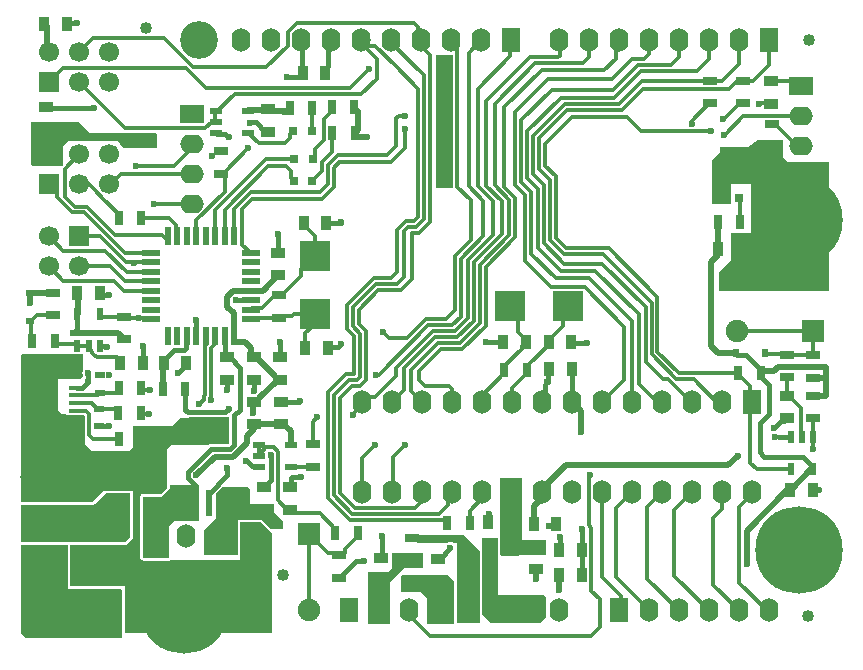
<source format=gtl>
G04*
G04 #@! TF.GenerationSoftware,Altium Limited,Altium Designer,19.0.15 (446)*
G04*
G04 Layer_Physical_Order=1*
G04 Layer_Color=255*
%FSLAX44Y44*%
%MOMM*%
G71*
G01*
G75*
%ADD11C,0.5000*%
%ADD12C,0.4000*%
%ADD14R,0.9000X1.3000*%
%ADD15R,0.8000X0.8000*%
%ADD16R,1.4000X1.6000*%
%ADD17R,1.9000X1.9000*%
%ADD18R,1.3500X0.4000*%
%ADD19R,1.6000X3.0000*%
%ADD20R,0.7000X1.3000*%
%ADD21R,0.6000X2.2000*%
%ADD22R,3.5000X2.2000*%
%ADD23R,0.6858X0.5588*%
%ADD24R,0.5588X0.6858*%
%ADD25R,0.5500X1.5000*%
%ADD26R,1.5000X0.5500*%
%ADD27R,0.5500X1.0000*%
%ADD28R,1.3000X0.7000*%
%ADD29R,1.3000X0.9000*%
%ADD30R,2.7000X2.0000*%
%ADD31R,0.9000X0.6000*%
%ADD32R,2.6000X2.5000*%
%ADD33R,2.5000X2.6000*%
%ADD34R,1.0000X0.5500*%
%ADD63R,1.9000X1.9000*%
%ADD64C,1.9000*%
%ADD69C,1.0160*%
%ADD70C,0.3000*%
%ADD71C,3.2000*%
%ADD72R,2.0000X1.6000*%
%ADD73O,2.0000X1.6000*%
G04:AMPARAMS|DCode=74|XSize=2mm|YSize=1.2mm|CornerRadius=0.36mm|HoleSize=0mm|Usage=FLASHONLY|Rotation=0.000|XOffset=0mm|YOffset=0mm|HoleType=Round|Shape=RoundedRectangle|*
%AMROUNDEDRECTD74*
21,1,2.0000,0.4800,0,0,0.0*
21,1,1.2800,1.2000,0,0,0.0*
1,1,0.7200,0.6400,-0.2400*
1,1,0.7200,-0.6400,-0.2400*
1,1,0.7200,-0.6400,0.2400*
1,1,0.7200,0.6400,0.2400*
%
%ADD74ROUNDEDRECTD74*%
%ADD75R,1.6000X2.0000*%
%ADD76O,1.6000X2.0000*%
%ADD77R,1.7000X1.7000*%
%ADD78C,1.7000*%
%ADD79C,7.4000*%
%ADD80C,4.0000*%
%ADD81C,0.6000*%
G36*
X59878Y429635D02*
X116102D01*
X117000Y428737D01*
X117000Y422498D01*
X117000Y417898D01*
X116102Y417000D01*
X94316D01*
X87929Y417000D01*
X83671Y422498D01*
X67807Y422498D01*
X41298Y422498D01*
X37000Y418200D01*
Y402727D01*
X36277Y402003D01*
X36274Y402000D01*
X10600Y402000D01*
X9702Y402898D01*
X9702Y438950D01*
X10022Y439269D01*
X50244Y439269D01*
X59878Y429635D01*
D02*
G37*
G36*
X54400Y229179D02*
X53785Y228259D01*
X53397Y226308D01*
X53785Y224357D01*
X54375Y223475D01*
X52400Y221500D01*
X32700D01*
Y194800D01*
X36000Y191500D01*
X39995D01*
Y190500D01*
X48900D01*
X49245Y190431D01*
X54967D01*
X55427Y189972D01*
Y173861D01*
X55698Y172495D01*
X56200Y171744D01*
Y166100D01*
X61800Y160500D01*
X92900D01*
X93000Y160400D01*
X96200Y163600D01*
Y181425D01*
X129125D01*
X136100Y188400D01*
X177852D01*
Y166975D01*
X176955Y166078D01*
X162100D01*
X162100Y166078D01*
X160798Y165819D01*
X160539Y165768D01*
X160485Y165731D01*
X128431D01*
X124900Y162200D01*
X125300Y161800D01*
Y129284D01*
X119816Y123800D01*
X102900D01*
Y122905D01*
X102616Y122480D01*
X102461Y121700D01*
X102461Y70398D01*
D01*
Y70398D01*
X102492Y70243D01*
X102616Y69618D01*
X103058Y68956D01*
X103058D01*
Y68956D01*
X103956Y68058D01*
X103956Y68058D01*
X104618Y67616D01*
X105139Y67512D01*
X105398Y67461D01*
X105398D01*
X105398D01*
X107700Y67461D01*
X126800D01*
X127580Y67616D01*
X127706Y67700D01*
X187300D01*
Y72903D01*
X187339Y73100D01*
Y99861D01*
X204605D01*
X212008Y92458D01*
X212670Y92016D01*
X212687Y92013D01*
X213700Y91000D01*
Y6300D01*
X102100D01*
X100936Y5864D01*
X89900Y6300D01*
Y46300D01*
X43339D01*
X43339Y80625D01*
X90525D01*
X96100Y86200D01*
X96100Y126782D01*
X71783Y126782D01*
X63828Y118826D01*
X63304D01*
Y118303D01*
X61742Y116741D01*
X1700Y116741D01*
X1700Y241700D01*
X2300Y242300D01*
X54400D01*
Y229179D01*
D02*
G37*
G36*
X193500Y129800D02*
X195500Y127800D01*
Y116100D01*
X195800Y115800D01*
X215700D01*
Y108400D01*
X221000Y103100D01*
X223200Y100900D01*
X223200Y93941D01*
X223100Y93900D01*
X213450D01*
X205450Y101900D01*
X185300D01*
Y73100D01*
X184100Y71900D01*
X156600D01*
X156600Y93600D01*
X166900Y103900D01*
X166900Y124644D01*
X172056Y129800D01*
X193500Y129800D01*
D02*
G37*
G36*
X94061Y124742D02*
X94061Y87661D01*
X89400Y83000D01*
X43800D01*
X43400Y83400D01*
X43000Y83000D01*
X41497D01*
X41300Y83039D01*
X2670Y83039D01*
X2233Y83237D01*
X1500Y83791D01*
Y114538D01*
X1700Y114702D01*
X61742Y114702D01*
X62523Y114857D01*
X63184Y115299D01*
X63184Y115299D01*
X63185Y115300D01*
X63898D01*
X73340Y124742D01*
X94061Y124742D01*
D02*
G37*
G36*
X151900Y130300D02*
Y100700D01*
X131500D01*
X126800Y96000D01*
Y69500D01*
X107700D01*
X105398Y69500D01*
X104500Y70398D01*
X104500Y121700D01*
X120600D01*
X127500Y128600D01*
Y131900D01*
X151900D01*
Y130300D01*
D02*
G37*
G36*
X41300Y81000D02*
X41300Y44100D01*
X41900Y43500D01*
X86600D01*
X87300Y42800D01*
Y1900D01*
X5400D01*
X1400Y5900D01*
Y80348D01*
X2670Y81000D01*
X41300Y81000D01*
D02*
G37*
G36*
X367000Y383704D02*
X366600Y382600D01*
X353200D01*
Y494596D01*
X353200Y495900D01*
X354270Y495900D01*
X367000D01*
Y383704D01*
D02*
G37*
G36*
X646400Y409100D02*
X650700Y404800D01*
X686100D01*
Y296496D01*
X685100Y295700D01*
X592200D01*
Y311100D01*
X592100Y311200D01*
X603000Y322100D01*
Y344900D01*
X619700D01*
Y386000D01*
X602400D01*
Y369998D01*
X601502Y369100D01*
X586800Y369100D01*
X586800Y406400D01*
X593100Y412700D01*
Y417500D01*
X617000D01*
X625200Y424000D01*
X646400D01*
Y409100D01*
D02*
G37*
G36*
X426200Y114300D02*
Y85300D01*
X445500D01*
X446100Y85051D01*
Y72100D01*
X423779D01*
X423400Y72100D01*
X422420Y71400D01*
X408466Y71400D01*
X407568Y72298D01*
X407568Y115132D01*
Y137360D01*
X426200D01*
Y114300D01*
D02*
G37*
G36*
X405250Y38400D02*
X444150Y38400D01*
X446050Y36500D01*
Y20000D01*
X440750Y14700D01*
X399350D01*
X391900Y22150D01*
Y86700D01*
X405250D01*
Y38400D01*
D02*
G37*
G36*
X389839Y75653D02*
X389839Y14400D01*
X370639Y14400D01*
X370639Y82453D01*
X368110Y82453D01*
X367165Y83084D01*
X365214Y83472D01*
X363263Y83084D01*
X362319Y82453D01*
X336616Y82453D01*
X336090Y83723D01*
X336732Y84365D01*
X337616Y85688D01*
X337926Y87248D01*
X337760Y88083D01*
X338664Y89353D01*
X376139D01*
X389839Y75653D01*
D02*
G37*
G36*
X368000Y50000D02*
Y14000D01*
X345000D01*
Y36000D01*
X340000Y41000D01*
X323000Y41000D01*
Y54000D01*
X324000Y55000D01*
X363000D01*
X368000Y50000D01*
D02*
G37*
G36*
X342000Y61000D02*
X326588D01*
X314000Y49625D01*
X314000Y46000D01*
Y14000D01*
X295000D01*
Y58000D01*
X313000D01*
X316000Y61000D01*
Y74000D01*
X342000D01*
Y61000D01*
D02*
G37*
%LPC*%
G36*
X23446Y105905D02*
X21885Y105594D01*
X20562Y104710D01*
X18935Y103083D01*
X18051Y101760D01*
X17740Y100199D01*
X18051Y98638D01*
X18935Y97315D01*
X20258Y96431D01*
X21819Y96121D01*
X23379Y96431D01*
X24702Y97315D01*
X26330Y98943D01*
X27214Y100266D01*
X27524Y101826D01*
X27214Y103387D01*
X26330Y104710D01*
X25007Y105594D01*
X23446Y105905D01*
D02*
G37*
G36*
X397500Y83278D02*
X397300D01*
X395739Y82968D01*
X394416Y82084D01*
X393532Y80761D01*
X393222Y79200D01*
X393532Y77639D01*
X394416Y76316D01*
X395739Y75432D01*
X397300Y75122D01*
X397500D01*
X399061Y75432D01*
X400384Y76316D01*
X401268Y77639D01*
X401578Y79200D01*
X401268Y80761D01*
X400384Y82084D01*
X399061Y82968D01*
X397500Y83278D01*
D02*
G37*
G36*
X406400Y34277D02*
X404839Y33967D01*
X403516Y33083D01*
X402632Y31760D01*
X402322Y30199D01*
Y25400D01*
X402632Y23839D01*
X403516Y22516D01*
X404839Y21632D01*
X406400Y21322D01*
X407961Y21632D01*
X409284Y22516D01*
X410168Y23839D01*
X410478Y25400D01*
Y30199D01*
X410168Y31760D01*
X409284Y33083D01*
X407961Y33967D01*
X406400Y34277D01*
D02*
G37*
G36*
X379000Y40000D02*
X373167D01*
X379000Y40000D01*
X379000Y40000D01*
D02*
G37*
G36*
X383296Y31774D02*
X381735Y31464D01*
X380412Y30580D01*
X378116Y28284D01*
X377232Y26961D01*
X376922Y25400D01*
X377232Y23839D01*
X378116Y22516D01*
X379439Y21632D01*
X381000Y21322D01*
X382561Y21632D01*
X383884Y22516D01*
X386180Y24812D01*
X387064Y26135D01*
X387374Y27696D01*
X387064Y29257D01*
X386180Y30580D01*
X384857Y31464D01*
X383296Y31774D01*
D02*
G37*
%LPD*%
D11*
X210432Y449794D02*
X212450Y447776D01*
X196907Y182981D02*
X198907Y180981D01*
X286600Y431970D02*
Y448287D01*
X284167Y429537D02*
X286600Y431970D01*
X591719Y243281D02*
X606844D01*
X586000Y249000D02*
X591719Y243281D01*
X586000Y249000D02*
Y320000D01*
X463372Y148252D02*
X600383D01*
X442850Y120483D02*
Y125730D01*
Y127730D02*
X463372Y148252D01*
X600383D02*
X608367Y156236D01*
X442850Y125730D02*
Y127730D01*
X475900Y176800D02*
Y193680D01*
X475700Y193880D02*
X475900Y193680D01*
X475700Y193880D02*
X476000Y194180D01*
X468250Y201930D02*
X476000Y194180D01*
X683008Y222328D02*
Y231400D01*
X642423D02*
X683008D01*
X639073Y228049D02*
X642423Y231400D01*
X629073Y228049D02*
X639073D01*
X628073Y227049D02*
X629073Y228049D01*
X586000Y320000D02*
X591888Y325888D01*
X650415Y127415D02*
X652897D01*
X616000Y93000D02*
X650415Y127415D01*
X616000Y65000D02*
Y93000D01*
X192700Y172700D02*
X198907Y178907D01*
X192700Y166863D02*
Y172700D01*
X198907Y178907D02*
Y180981D01*
X181337Y155500D02*
X192700Y166863D01*
X652897Y127415D02*
X653423D01*
X670760Y144752D02*
X672272D01*
X653423Y127415D02*
X670760Y144752D01*
X165500Y155500D02*
X181337D01*
X150000Y140000D02*
X165500Y155500D01*
X591888Y325888D02*
Y331185D01*
X457138Y43138D02*
Y55158D01*
X672008Y206885D02*
X683008D01*
Y222328D01*
X672187D02*
X683008D01*
X46000Y260000D02*
X83671D01*
X176343Y291007D02*
X181085Y295750D01*
X195750D01*
X196000Y296000D01*
X206236D02*
X219380Y309143D01*
X196000Y296000D02*
X206236D01*
X176343Y282500D02*
X182000Y276843D01*
Y258000D02*
Y276843D01*
Y253250D02*
Y258000D01*
X176343Y282500D02*
Y291007D01*
X438000Y52000D02*
Y59706D01*
X49523Y292845D02*
X49668Y292990D01*
X83671Y260000D02*
X88536Y255135D01*
X196907Y182981D02*
X198907D01*
X8815Y286463D02*
X9388Y285889D01*
X8815Y286463D02*
X9038D01*
X9388Y294233D02*
X9609Y294453D01*
X9388Y286813D02*
Y294233D01*
X9038Y286463D02*
X9388Y286813D01*
X23368Y499872D02*
Y519912D01*
X294407Y426305D02*
X294537Y426175D01*
X285667Y426305D02*
X294407D01*
X284167Y427805D02*
X285667Y426305D01*
X284167Y427805D02*
Y429537D01*
X224706Y447776D02*
X224772Y447710D01*
X212450Y447776D02*
X224706D01*
X209700Y449062D02*
X210432Y449794D01*
X194216Y449062D02*
X209700D01*
X193484Y448330D02*
X194216Y449062D01*
X9609Y294453D02*
X9616D01*
X9702Y294367D01*
X28767D01*
X28853Y294281D01*
X49523Y276497D02*
Y292845D01*
X49377Y276352D02*
X49523Y276497D01*
X229828Y165582D02*
Y176901D01*
X223558Y183171D02*
X229828Y176901D01*
X221558Y183171D02*
X223558D01*
X221462Y183076D02*
X221558Y183171D01*
X199003Y183076D02*
X221462D01*
X198907Y182981D02*
X199003Y183076D01*
X672045Y222469D02*
X672187Y222328D01*
X591569Y354124D02*
X591729Y353965D01*
Y331344D02*
Y353965D01*
X122101Y213497D02*
Y234818D01*
X197669Y192481D02*
Y200742D01*
X198907Y201981D01*
X200806Y239776D02*
X216429Y224153D01*
X198907Y201981D02*
X200907D01*
X203407Y204481D01*
Y205204D01*
X218929Y220726D01*
X220929D01*
X216429Y223226D02*
X218929Y220726D01*
X216429Y223226D02*
Y224153D01*
X198806Y239776D02*
X200806D01*
X196284Y242276D02*
Y247482D01*
Y242276D02*
X198784Y239776D01*
X198806D01*
X191266Y252500D02*
X196284Y247482D01*
X182750Y252500D02*
X191266D01*
X182000Y253250D02*
X182750Y252500D01*
X435762Y113395D02*
X442850Y120483D01*
X435762Y98908D02*
Y113395D01*
D12*
X365214Y77914D02*
Y78374D01*
X356400Y69100D02*
X365214Y77914D01*
X447558Y218715D02*
Y228088D01*
X672538Y128056D02*
X673303Y127291D01*
X454699Y98844D02*
X456543Y97000D01*
X449000D02*
X456543D01*
X455000Y79060D02*
X457000Y81060D01*
Y77060D02*
X457400Y77460D01*
X456140Y76200D02*
X457000Y77060D01*
X396878Y100002D02*
X397718Y100842D01*
X306557Y70066D02*
X307000Y70509D01*
X207036Y129669D02*
X213000Y135632D01*
X397300Y79200D02*
X397500D01*
X406400Y25400D02*
Y30199D01*
X41298Y522907D02*
X49207D01*
X437804Y59902D02*
X438000Y59706D01*
X476200Y55372D02*
Y76860D01*
Y55372D02*
X476276Y55296D01*
X476302Y76963D02*
Y93836D01*
X476200Y76860D02*
X476302Y76963D01*
X476200Y76860D02*
X476200Y76860D01*
X237522Y476767D02*
X240400Y479645D01*
X226704Y476767D02*
X237522D01*
X480123Y252017D02*
X480720Y251421D01*
X467845Y252017D02*
X480123D01*
X627200Y183997D02*
X634800Y191597D01*
X627200Y159100D02*
Y183997D01*
Y159100D02*
X630900Y155400D01*
X628073Y227049D02*
Y229200D01*
Y226200D02*
Y227049D01*
X606844Y242646D02*
Y243281D01*
Y242646D02*
X607638Y241852D01*
X615420D01*
X628073Y229200D01*
X634800Y191597D02*
Y216472D01*
X628073Y223200D02*
X634800Y216472D01*
X628073Y223200D02*
Y226200D01*
X630900Y155400D02*
X663874D01*
X672272Y147002D01*
Y144752D02*
Y147002D01*
X416300Y79200D02*
X418535Y81435D01*
X457600Y80860D02*
Y87500D01*
X457400Y80660D02*
X457600Y80860D01*
X457400Y80660D02*
X459000Y79060D01*
X457000Y81060D02*
X457400Y80660D01*
Y77460D02*
Y80660D01*
Y77460D02*
X459000Y79060D01*
X354400Y69100D02*
X356400D01*
X397718Y100842D02*
Y106602D01*
X396878Y100002D02*
X396970Y99909D01*
X457000Y77060D02*
X457200Y76860D01*
X455000Y79060D02*
X457000Y77060D01*
X332422Y85822D02*
X333848Y87248D01*
X306557Y70066D02*
X306674Y69949D01*
X307000Y70509D02*
Y88617D01*
X238760Y508000D02*
X239578Y507182D01*
Y484650D02*
Y507182D01*
Y484650D02*
X240396Y483833D01*
X49377Y263918D02*
Y276352D01*
X46000Y260000D02*
Y260541D01*
X49377Y263918D01*
X192000Y152000D02*
X192541D01*
X197209Y147332D01*
X202078D01*
X285627Y67323D02*
X292181D01*
X271194Y52890D02*
X285627Y67323D01*
X162100Y162000D02*
X178644D01*
X181930Y165285D01*
Y190552D01*
X143000Y142900D02*
X162100Y162000D01*
X160430Y123942D02*
X176131Y139643D01*
Y146000D01*
X457000Y43000D02*
X457138Y43138D01*
Y55158D02*
X457276Y55296D01*
X62910Y451090D02*
X63000Y451000D01*
X22823Y451090D02*
X62910D01*
X22733Y451181D02*
X22823Y451090D01*
X454699Y98844D02*
X454762Y98908D01*
X452383Y101287D02*
X454762Y98908D01*
X229932Y137360D02*
X230993Y138421D01*
X239000D01*
X229932Y130194D02*
Y137360D01*
X229199Y129462D02*
X229932Y130194D01*
X673303Y127291D02*
X677000D01*
X671897Y127415D02*
X672538Y128056D01*
X73256Y249153D02*
X74256Y248153D01*
X69773Y249153D02*
X73256D01*
X69573Y249352D02*
X69773Y249153D01*
X68377Y249352D02*
X69573D01*
X213000Y135632D02*
Y157000D01*
X116200Y88000D02*
X118000Y86200D01*
X147730Y107942D02*
Y115942D01*
X113755Y90445D02*
X116200Y88000D01*
X207036Y129669D02*
X207243Y129461D01*
X639047Y179667D02*
X644788Y185409D01*
X181930Y190552D02*
X186700Y195322D01*
Y230997D01*
X202078Y147332D02*
X202828Y146582D01*
X178200Y239497D02*
X186700Y230997D01*
X143000Y137100D02*
Y142900D01*
Y137100D02*
X148512Y131588D01*
Y116724D02*
Y131588D01*
X147730Y115942D02*
X148512Y116724D01*
X272794Y251101D02*
Y251308D01*
X166484Y429330D02*
X167234Y428580D01*
X174132D01*
X176955Y425758D02*
X177496D01*
X174132Y428580D02*
X176955Y425758D01*
X23217Y495658D02*
X25400Y497840D01*
X70411Y292042D02*
X76089D01*
X68378Y294075D02*
X70411Y292042D01*
X208432Y430794D02*
X210432D01*
X200590Y438636D02*
X208432Y430794D01*
X195734Y438636D02*
X200590D01*
X195416Y438318D02*
X195734Y438636D01*
X445146Y204226D02*
Y216303D01*
X442850Y201930D02*
X445146Y204226D01*
X447558Y228088D02*
X448914Y229445D01*
X467462Y252400D02*
X467845Y252017D01*
X395551Y252256D02*
X395670D01*
X395814Y252400D01*
X409879D01*
X104980Y248937D02*
X104983Y248939D01*
X104980Y235239D02*
Y248937D01*
X104530Y234789D02*
X104980Y235239D01*
X134586Y226234D02*
Y226302D01*
X141398Y233114D01*
Y235114D01*
X149721Y271642D02*
X149860Y271503D01*
Y258140D02*
Y271503D01*
Y258140D02*
X150000Y258000D01*
X176131Y211835D02*
Y220428D01*
X176200Y220497D01*
X199039Y211481D02*
Y220543D01*
X198806Y220776D02*
X199039Y220543D01*
X237332Y202171D02*
X237680Y202520D01*
X221558Y202171D02*
X237332D01*
X270057Y248363D02*
X272794Y251101D01*
X261852Y248363D02*
X270057D01*
X261392Y247904D02*
X261852Y248363D01*
X220929Y252907D02*
X220949Y252927D01*
X220929Y239726D02*
Y252907D01*
X183843Y287901D02*
X183926Y287984D01*
X195984D01*
X196000Y288000D01*
X219225Y343527D02*
Y343652D01*
Y343527D02*
X219380Y343373D01*
Y328143D02*
Y343373D01*
X272521Y353517D02*
X272853Y353850D01*
X259817Y353517D02*
X272521D01*
X259396Y483833D02*
X261864Y486301D01*
Y505704D01*
X264160Y508000D01*
X40336Y521945D02*
X41298Y522907D01*
X644788Y185409D02*
X647638D01*
X650138Y187909D01*
X643272Y171752D02*
X653272D01*
X160430Y115942D02*
Y123942D01*
X75645Y181425D02*
X75725Y181505D01*
X68155Y181425D02*
X75645D01*
X67818Y181088D02*
X68155Y181425D01*
X23368Y499872D02*
X25400Y497840D01*
X21336Y521945D02*
X23368Y519912D01*
X437804Y59902D02*
X437896Y59994D01*
X139657Y245614D02*
X141250Y247207D01*
Y257250D01*
X142000Y258000D01*
X130898Y245614D02*
X139657D01*
X122398Y237114D02*
X130898Y245614D01*
X122398Y235114D02*
Y237114D01*
X122101Y234818D02*
X122398Y235114D01*
X121805Y213201D02*
X122101Y213497D01*
X415907Y99846D02*
X415970Y99909D01*
X415869Y100011D02*
X415970Y99909D01*
X417450Y125730D02*
X417551Y125629D01*
X476302Y93836D02*
X476405Y93939D01*
X467914Y229445D02*
X468082Y229277D01*
Y202098D02*
Y229277D01*
Y202098D02*
X468250Y201930D01*
X174421Y192942D02*
X177696Y196217D01*
X143256Y192942D02*
X174421D01*
X140805Y195393D02*
X143256Y192942D01*
X140805Y195393D02*
Y213201D01*
X174000Y241697D02*
Y258000D01*
Y241697D02*
X176200Y239497D01*
X178200D01*
X135030Y113372D02*
Y115942D01*
X134030Y112373D02*
X135030Y113372D01*
X71603Y19149D02*
X73304Y20851D01*
X381000Y25400D02*
X383296Y27696D01*
X73304Y20851D02*
Y22626D01*
X67304Y28626D02*
X73304Y22626D01*
X21539Y67920D02*
X21819Y68199D01*
Y100199D02*
X23446Y101826D01*
X53495Y214000D02*
X58495Y219000D01*
Y226308D01*
X48745Y214000D02*
X53495D01*
X240400Y479645D02*
Y480300D01*
D14*
X398100Y54200D02*
D03*
X379100D02*
D03*
X435762Y98908D02*
D03*
X454762D02*
D03*
X40336Y521945D02*
D03*
X21336D02*
D03*
X141398Y235114D02*
D03*
X122398D02*
D03*
X259817Y353517D02*
D03*
X240817D02*
D03*
X261392Y247904D02*
D03*
X242392D02*
D03*
X457276Y55296D02*
D03*
X476276D02*
D03*
X259400Y480300D02*
D03*
X240400D02*
D03*
X448914Y229445D02*
D03*
X467914D02*
D03*
X457200Y76860D02*
D03*
X476200D02*
D03*
X610900Y331200D02*
D03*
X591900D02*
D03*
X396970Y99909D02*
D03*
X415970D02*
D03*
X397300Y79200D02*
D03*
X416300D02*
D03*
X409879Y252400D02*
D03*
X428879D02*
D03*
X467462D02*
D03*
X448462D02*
D03*
X671897Y127415D02*
D03*
X652897D02*
D03*
X68378Y294075D02*
D03*
X49378D02*
D03*
X104530Y234789D02*
D03*
X85530D02*
D03*
D15*
X247708Y431178D02*
D03*
X231708D02*
D03*
X248347Y389186D02*
D03*
X232348D02*
D03*
X232694Y407393D02*
D03*
X248694D02*
D03*
X609704Y374194D02*
D03*
X593704D02*
D03*
D16*
X46495Y169000D02*
D03*
Y233000D02*
D03*
D17*
X21995Y189000D02*
D03*
Y213000D02*
D03*
X245414Y90294D02*
D03*
D18*
X48745Y214000D02*
D03*
Y207500D02*
D03*
Y201000D02*
D03*
Y194500D02*
D03*
Y188000D02*
D03*
D19*
X73304Y61851D02*
D03*
Y20851D02*
D03*
Y142826D02*
D03*
Y101826D02*
D03*
D20*
X121805Y213201D02*
D03*
X140805D02*
D03*
X410946Y229032D02*
D03*
X429946D02*
D03*
X265167Y429537D02*
D03*
X284167D02*
D03*
X264800Y451800D02*
D03*
X283800D02*
D03*
X103559Y357876D02*
D03*
X84559D02*
D03*
X84591Y213505D02*
D03*
X103591D02*
D03*
X84099Y192227D02*
D03*
X103099D02*
D03*
X103215Y170192D02*
D03*
X84215D02*
D03*
X381356Y98933D02*
D03*
X362356D02*
D03*
X609073Y226200D02*
D03*
X628073D02*
D03*
X248131Y451136D02*
D03*
X229131D02*
D03*
X610569Y354124D02*
D03*
X591569D02*
D03*
X286815Y91175D02*
D03*
X267815D02*
D03*
X11082Y253141D02*
D03*
X30082D02*
D03*
D21*
X135030Y115942D02*
D03*
X147730D02*
D03*
X160430D02*
D03*
X173130D02*
D03*
X185830D02*
D03*
D22*
X160430Y177942D02*
D03*
D23*
X9616Y294453D02*
D03*
Y270069D02*
D03*
D24*
X631228Y243281D02*
D03*
X606844D02*
D03*
D25*
X182000Y258000D02*
D03*
X174000D02*
D03*
X166000D02*
D03*
X158000D02*
D03*
X150000D02*
D03*
X142000D02*
D03*
X134000D02*
D03*
X126000D02*
D03*
Y342000D02*
D03*
X134000D02*
D03*
X142000D02*
D03*
X150000D02*
D03*
X158000D02*
D03*
X166000D02*
D03*
X174000D02*
D03*
X182000D02*
D03*
D26*
X112000Y272000D02*
D03*
Y280000D02*
D03*
Y288000D02*
D03*
Y296000D02*
D03*
Y304000D02*
D03*
Y312000D02*
D03*
Y320000D02*
D03*
Y328000D02*
D03*
X196000D02*
D03*
Y320000D02*
D03*
Y312000D02*
D03*
Y304000D02*
D03*
Y296000D02*
D03*
Y288000D02*
D03*
Y280000D02*
D03*
Y272000D02*
D03*
D27*
X68377Y276352D02*
D03*
X49377D02*
D03*
X68377Y249352D02*
D03*
X58877D02*
D03*
X49377D02*
D03*
X672272Y171752D02*
D03*
X662772D02*
D03*
X653272D02*
D03*
X672272Y144752D02*
D03*
X653272D02*
D03*
D28*
X219634Y292304D02*
D03*
Y273304D02*
D03*
X170765Y413909D02*
D03*
Y394909D02*
D03*
X88536Y274135D02*
D03*
Y255135D02*
D03*
X613179Y455003D02*
D03*
Y474002D02*
D03*
X585295Y454808D02*
D03*
Y473808D02*
D03*
X637042Y417781D02*
D03*
Y436781D02*
D03*
X332493Y48604D02*
D03*
Y67604D02*
D03*
D03*
Y86604D02*
D03*
X271194Y71890D02*
D03*
Y52890D02*
D03*
X672008Y187885D02*
D03*
Y206885D02*
D03*
X672045Y241469D02*
D03*
Y222469D02*
D03*
X248496Y165951D02*
D03*
Y146951D02*
D03*
X28853Y275281D02*
D03*
Y294281D02*
D03*
X649958Y241570D02*
D03*
Y222570D02*
D03*
D29*
X198907Y182981D02*
D03*
Y201981D02*
D03*
X219380Y328143D02*
D03*
Y309143D02*
D03*
X198806Y220776D02*
D03*
Y239776D02*
D03*
X220929Y239726D02*
D03*
Y220726D02*
D03*
X176200Y220497D02*
D03*
Y239497D02*
D03*
X636906Y454287D02*
D03*
Y473287D02*
D03*
X207243Y129461D02*
D03*
Y110461D02*
D03*
X113755Y131372D02*
D03*
Y112373D02*
D03*
X22733Y451181D02*
D03*
Y432181D02*
D03*
X306674Y69949D02*
D03*
Y50949D02*
D03*
X354400Y69100D02*
D03*
Y50100D02*
D03*
X437896Y59994D02*
D03*
Y78994D02*
D03*
X210955Y430704D02*
D03*
Y449704D02*
D03*
X221558Y202171D02*
D03*
Y183171D02*
D03*
X229199Y129462D02*
D03*
Y110462D02*
D03*
X650138Y187909D02*
D03*
Y206909D02*
D03*
D30*
X21819Y100199D02*
D03*
Y68199D02*
D03*
D31*
X67818Y196088D02*
D03*
Y181088D02*
D03*
X68555Y209359D02*
D03*
Y224359D02*
D03*
D32*
X250114Y276541D02*
D03*
Y325541D02*
D03*
D33*
X464859Y282721D02*
D03*
X415859D02*
D03*
D34*
X166484Y448330D02*
D03*
Y438830D02*
D03*
Y429330D02*
D03*
X193484Y448330D02*
D03*
Y429330D02*
D03*
X202828Y165582D02*
D03*
Y156082D02*
D03*
Y146582D02*
D03*
X229828Y165582D02*
D03*
Y146582D02*
D03*
D63*
X672536Y261834D02*
D03*
D64*
X200414Y90294D02*
D03*
Y25294D02*
D03*
X245414D02*
D03*
X672536Y306834D02*
D03*
X607536D02*
D03*
Y261834D02*
D03*
D69*
X223058Y55418D02*
D03*
X667890Y20308D02*
D03*
X668598Y508130D02*
D03*
X107800Y518496D02*
D03*
D70*
X619077Y150323D02*
Y203503D01*
X620650Y201930D01*
X619077Y150323D02*
X624648Y144752D01*
X653272D01*
X291317Y503892D02*
X302700Y492510D01*
Y475510D02*
Y492510D01*
X289790Y462600D02*
X302700Y475510D01*
X182374Y462600D02*
X289790D01*
X167848Y448074D02*
X182374Y462600D01*
X280300Y467600D02*
X296200Y483500D01*
X158152Y467600D02*
X280300D01*
X141312Y484440D02*
X158152Y467600D01*
X258167Y441114D02*
X264970Y447917D01*
Y450917D01*
X484276Y42024D02*
Y95260D01*
X482150Y97386D02*
X484276Y95260D01*
Y42024D02*
X491400Y34900D01*
X258167Y423770D02*
Y441114D01*
X265167Y413667D02*
Y429537D01*
X250290Y415893D02*
X258167Y423770D01*
X250290Y408988D02*
Y415893D01*
X261194Y402307D02*
X269882Y410995D01*
X311795D01*
X266194Y400236D02*
X271058Y405100D01*
X314500D01*
X261194Y385994D02*
Y402307D01*
X314500Y405100D02*
X326532Y417132D01*
X311795Y410995D02*
X319500Y418700D01*
X256194Y404694D02*
X265167Y413667D01*
X256194Y397033D02*
Y404694D01*
X266194Y383923D02*
Y400236D01*
X256171Y373900D02*
X266194Y383923D01*
X45129Y362300D02*
X55205D01*
X89505Y328000D01*
X505400Y112080D02*
X519050Y125730D01*
X505400Y53400D02*
Y112080D01*
Y53400D02*
X533400Y25400D01*
X493650Y53750D02*
Y125730D01*
Y53750D02*
X509500Y37900D01*
Y26900D02*
Y37900D01*
X531900Y113180D02*
X544450Y125730D01*
X531900Y52300D02*
Y113180D01*
Y52300D02*
X558800Y25400D01*
X554800Y110680D02*
X569850Y125730D01*
X554800Y54800D02*
Y110680D01*
Y54800D02*
X584200Y25400D01*
X587800Y103800D02*
X595250Y111250D01*
X587800Y47200D02*
Y103800D01*
Y47200D02*
X609600Y25400D01*
X595250Y111250D02*
Y125730D01*
X508000Y25400D02*
X509500Y26900D01*
X530500Y235570D02*
X545076Y220994D01*
X549664D01*
X568728Y201930D01*
X569850D01*
X491400Y11200D02*
Y34900D01*
X484009Y3809D02*
X491400Y11200D01*
X530500Y235570D02*
Y282100D01*
X535500Y242229D02*
X556529Y221200D01*
X493900Y318700D02*
X530500Y282100D01*
X494200Y326900D02*
X535500Y285600D01*
Y242229D02*
Y285600D01*
X499119Y331900D02*
X540500Y290520D01*
Y244300D02*
Y290520D01*
Y244300D02*
X558600Y226200D01*
X487600Y313000D02*
X524700Y275900D01*
Y217200D02*
Y275900D01*
Y217200D02*
X539970Y201930D01*
X482800Y306400D02*
X519050Y270150D01*
Y201930D02*
Y270150D01*
X571000Y221200D02*
X590270Y201930D01*
X556529Y221200D02*
X571000D01*
X558600Y226200D02*
X609073D01*
X590270Y201930D02*
X595250D01*
X445200Y420400D02*
X468300Y443500D01*
X445200Y402000D02*
Y420400D01*
X468300Y443500D02*
X514300D01*
X449400Y338629D02*
X461129Y326900D01*
X449400Y338629D02*
Y390000D01*
X461129Y326900D02*
X494200D01*
X463200Y331900D02*
X499119D01*
X454400Y340700D02*
X463200Y331900D01*
X454400Y340700D02*
Y392800D01*
X445200Y402000D02*
X454400Y392800D01*
X514300Y443500D02*
X526900Y430900D01*
X510300Y449000D02*
X528100Y466800D01*
X464000Y449000D02*
X510300D01*
X507800Y454000D02*
X527608Y473808D01*
X461929Y454000D02*
X507800D01*
X503900Y459300D02*
X526900Y482300D01*
X458400Y459300D02*
X503900D01*
X430200Y431100D02*
X458400Y459300D01*
X435200Y427271D02*
X461929Y454000D01*
X440200Y425200D02*
X464000Y449000D01*
X502700Y466200D02*
X523800Y487300D01*
X450800Y466200D02*
X502700D01*
X425200Y440600D02*
X450800Y466200D01*
X526900Y482300D02*
X574200D01*
X519000Y492300D02*
X529000D01*
X501700Y475000D02*
X519000Y492300D01*
X447400Y475000D02*
X501700D01*
X523800Y487300D02*
X551600D01*
X528100Y466800D02*
X600900D01*
X527608Y473808D02*
X585295D01*
X435200Y395100D02*
Y427271D01*
Y395100D02*
X444400Y385900D01*
X430200Y391500D02*
X439400Y382300D01*
X430200Y391500D02*
Y431100D01*
X440200Y399200D02*
Y425200D01*
X425200Y387700D02*
Y440600D01*
Y387700D02*
X433400Y379500D01*
X440200Y399200D02*
X449400Y390000D01*
X444400Y336000D02*
Y385900D01*
X439400Y332500D02*
Y382300D01*
X280158Y102200D02*
X360356D01*
X362356Y100200D01*
Y98933D02*
Y100200D01*
X444400Y336000D02*
X461700Y318700D01*
X439400Y332500D02*
X458900Y313000D01*
X433400Y327500D02*
Y379500D01*
Y327500D02*
X454500Y306400D01*
X482150Y97386D02*
Y138351D01*
X341250Y118150D02*
Y125730D01*
X335330Y112230D02*
X341250Y118150D01*
X284270Y112230D02*
X335330D01*
X355673Y107200D02*
X363400Y114927D01*
Y122480D01*
X366650Y125730D01*
X261600Y120758D02*
X280158Y102200D01*
X282229Y107200D02*
X355673D01*
X266600Y122829D02*
X282229Y107200D01*
X271600Y124900D02*
X284270Y112230D01*
X271600Y205400D02*
X281630Y215430D01*
X261600Y210600D02*
X276430Y225430D01*
X261600Y120758D02*
Y210600D01*
X276430Y225430D02*
X283800D01*
Y257458D01*
X277600Y263658D02*
X283800Y257458D01*
X165598Y448074D02*
X167848D01*
X266600Y207471D02*
X279559Y220430D01*
X266600Y122829D02*
Y207471D01*
X271600Y124900D02*
Y205400D01*
X281630Y215430D02*
X288476D01*
X279559Y220430D02*
X286405D01*
X288800Y222825D01*
X288476Y215430D02*
X293800Y220754D01*
Y261600D01*
X288800Y222825D02*
Y259529D01*
X287600Y267800D02*
X293800Y261600D01*
X282600Y265729D02*
X288800Y259529D01*
X302215Y301686D02*
X320085D01*
X282600Y282071D02*
X302215Y301686D01*
X300258Y306800D02*
X315057D01*
X277600Y284142D02*
X300258Y306800D01*
X277600Y263658D02*
Y284142D01*
X282600Y265729D02*
Y282071D01*
X304250Y296650D02*
X323350D01*
X287600Y280000D02*
X304250Y296650D01*
X287600Y267800D02*
Y280000D01*
X315057Y306800D02*
X320000Y311744D01*
X323350Y296650D02*
X332457Y305757D01*
X320085Y301686D02*
X325800Y307400D01*
X320000Y311744D02*
Y347700D01*
X325800Y307400D02*
Y346429D01*
X329371Y350000D01*
X320000Y347700D02*
X327300Y355000D01*
X332457Y345000D02*
X338242D01*
X332457Y305757D02*
Y345000D01*
X329371Y350000D02*
X336171D01*
X334100Y355000D02*
X337600Y358500D01*
X327300Y355000D02*
X334100D01*
X347600Y354358D02*
Y495562D01*
X340360Y502802D02*
X347600Y495562D01*
X340360Y502802D02*
Y508000D01*
X314960Y506000D02*
X342600Y478360D01*
Y356429D02*
Y478360D01*
X338242Y345000D02*
X347600Y354358D01*
X336171Y350000D02*
X342600Y356429D01*
X318800Y485896D02*
X337600Y467097D01*
Y358500D02*
Y467097D01*
X314960Y506000D02*
Y508000D01*
X318800Y485896D02*
X318800D01*
X301184Y503513D02*
X318800Y485896D01*
X337873Y510487D02*
X340360Y508000D01*
X337873Y510487D02*
Y519175D01*
X334412Y522635D02*
X337873Y519175D01*
X32400Y375029D02*
X45129Y362300D01*
X32400Y375029D02*
Y379080D01*
X25400Y386080D02*
X32400Y379080D01*
X121108Y343286D02*
X126000Y338394D01*
X57276Y367300D02*
X81290Y343286D01*
X47200Y367300D02*
X57276D01*
X38800Y375700D02*
X47200Y367300D01*
X38800Y375700D02*
Y399480D01*
X174051Y379587D02*
Y396848D01*
X150000Y355537D02*
X174051Y379587D01*
X150000Y342000D02*
Y355537D01*
X254951Y379751D02*
X261194Y385994D01*
X196222Y379751D02*
X254951D01*
X182000Y365529D02*
X196222Y379751D01*
X197566Y373900D02*
X256171D01*
X189100Y365434D02*
X197566Y373900D01*
X189100Y334900D02*
Y365434D01*
Y334900D02*
X196000Y328000D01*
X388400Y384900D02*
Y466900D01*
X416000Y494500D02*
Y507440D01*
X416560Y508000D01*
X388400Y466900D02*
X416000Y494500D01*
X432800Y493600D02*
X456400D01*
X395700Y456500D02*
X432800Y493600D01*
X395700Y385100D02*
Y456500D01*
X436954Y488600D02*
X477300D01*
X402600Y454246D02*
X436954Y488600D01*
X402600Y385271D02*
Y454246D01*
X505071Y492571D02*
Y508000D01*
X442300Y482800D02*
X495300D01*
X410700Y451200D02*
X442300Y482800D01*
X410700Y384242D02*
Y451200D01*
X419500Y447100D02*
X447400Y475000D01*
X419500Y385300D02*
Y447100D01*
X461700Y318700D02*
X493900D01*
X419500Y385300D02*
X428000Y376800D01*
Y321500D02*
Y376800D01*
Y321500D02*
X450280Y299221D01*
X410700Y384242D02*
X420054Y374888D01*
X454500Y306400D02*
X482800D01*
X458900Y313000D02*
X487600D01*
X512500Y220780D02*
Y265530D01*
X478809Y299221D02*
X512500Y265530D01*
X450280Y299221D02*
X478809D01*
X402600Y385271D02*
X415054Y372817D01*
Y343296D02*
Y372817D01*
X389900Y318142D02*
X415054Y343296D01*
X420054Y341225D02*
Y374888D01*
X394900Y316071D02*
X420054Y341225D01*
X395700Y385100D02*
X408700Y372100D01*
Y344013D02*
Y372100D01*
X384900Y320213D02*
X408700Y344013D01*
X493650Y201930D02*
X512500Y220780D01*
X411100Y508000D02*
X416560D01*
X388400Y384900D02*
X401000Y372300D01*
Y343384D02*
Y372300D01*
X379900Y322284D02*
X401000Y343384D01*
X380500Y384500D02*
X392800Y372200D01*
Y342255D02*
Y372200D01*
X373800Y323255D02*
X392800Y342255D01*
X371100Y383900D02*
X382500Y372500D01*
Y339026D02*
Y372500D01*
X368800Y325326D02*
X382500Y339026D01*
X371100Y383900D02*
Y500660D01*
X380500Y384500D02*
Y497340D01*
X608102Y474002D02*
X613179D01*
X600900Y466800D02*
X608102Y474002D01*
X394900Y266516D02*
Y316071D01*
X373800Y273700D02*
Y323255D01*
X384900Y270658D02*
Y320213D01*
X368800Y279400D02*
Y325326D01*
X389900Y268587D02*
Y318142D01*
X379900Y272729D02*
Y322284D01*
X539970Y201930D02*
X544450D01*
X366650D02*
Y212806D01*
X364026Y215430D02*
X366650Y212806D01*
X343700Y215430D02*
X364026D01*
X374992Y246608D02*
X394900Y266516D01*
X338300Y220830D02*
X343700Y215430D01*
X338300Y220830D02*
Y227700D01*
X331800Y211380D02*
Y229016D01*
X326000Y212080D02*
Y230287D01*
X315850Y201930D02*
X326000Y212080D01*
X331800Y211380D02*
X341250Y201930D01*
X338300Y227700D02*
X357208Y246608D01*
X304486Y225037D02*
X346057Y266608D01*
X319100Y230580D02*
X350128Y261608D01*
X326000Y230287D02*
X352321Y256608D01*
X331800Y229016D02*
X354392Y251608D01*
X357208Y246608D02*
X374992D01*
X354392Y251608D02*
X372921D01*
X352321Y256608D02*
X370850D01*
X350128Y261608D02*
X368779D01*
X346057Y266608D02*
X366708D01*
X373800Y273700D01*
X368779Y261608D02*
X379900Y272729D01*
X370850Y256608D02*
X384900Y270658D01*
X372921Y251608D02*
X389900Y268587D01*
X319100Y224100D02*
Y230580D01*
X294937Y206417D02*
X301417D01*
X290450Y201930D02*
X294937Y206417D01*
X290450Y199516D02*
Y201930D01*
X301417Y206417D02*
X319100Y224100D01*
X361200Y271800D02*
X368800Y279400D01*
X344178Y271800D02*
X361200D01*
X328278Y255900D02*
X344178Y271800D01*
X313247Y255900D02*
X328278D01*
X307867Y261280D02*
X313247Y255900D01*
X302026Y225037D02*
X304486D01*
X526900Y430900D02*
X585722D01*
X586000Y431178D01*
X613179Y474002D02*
X621671D01*
X365760Y506000D02*
X371100Y500660D01*
X380500Y497340D02*
X391160Y508000D01*
X37400Y484440D02*
X141312D01*
X25400Y472440D02*
X37400Y484440D01*
X558600Y494300D02*
Y507800D01*
X558800Y508000D01*
X635000Y487332D02*
Y508000D01*
X621671Y474002D02*
X635000Y487332D01*
X147531Y485292D02*
X209200D01*
X122983Y509840D02*
X147531Y485292D01*
X209200D02*
Y485500D01*
X227260Y503560D01*
Y514763D01*
X609600Y487900D02*
Y508000D01*
X595508Y473808D02*
X609600Y487900D01*
X585295Y473808D02*
X595508D01*
X584200Y492300D02*
Y508000D01*
X574200Y482300D02*
X584200Y492300D01*
X551600Y487300D02*
X558600Y494300D01*
X533400Y496700D02*
Y508000D01*
X529000Y492300D02*
X533400Y496700D01*
X482600Y493900D02*
Y508000D01*
X477300Y488600D02*
X482600Y493900D01*
X456400Y493600D02*
X457700Y494900D01*
X495300Y482800D02*
X505071Y492571D01*
X457700Y494900D02*
Y507500D01*
X457200Y508000D02*
X457700Y507500D01*
X225737Y401400D02*
X229848Y397290D01*
Y391686D02*
Y397290D01*
Y391686D02*
X232348Y389186D01*
X210800Y401400D02*
X225737D01*
X174000Y364600D02*
X210800Y401400D01*
X182000Y342000D02*
Y365529D01*
X174000Y342000D02*
Y364600D01*
X166000Y364466D02*
X208927Y407393D01*
X232694D01*
X319500Y418700D02*
Y441943D01*
X321257Y443700D01*
X326124D01*
X326588Y444164D01*
X326532Y417132D02*
Y433132D01*
X584279Y454808D02*
X585295D01*
X569300Y439829D02*
X584279Y454808D01*
X569300Y437400D02*
Y439829D01*
X89505Y328000D02*
X112000D01*
X81290Y343286D02*
X121108D01*
X62800Y509840D02*
X122983D01*
X482150Y138351D02*
X483399Y139600D01*
X348123Y3809D02*
X484009D01*
X609500Y48800D02*
X632900Y25400D01*
X635000D01*
X505071Y508000D02*
X508000D01*
X365760Y506000D02*
Y508000D01*
X294047Y503513D02*
X301184D01*
X460329Y265863D02*
Y278190D01*
X448462Y253997D02*
X460329Y265863D01*
X448462Y252400D02*
Y253997D01*
X71355Y374080D02*
X84559Y360876D01*
X71229Y374080D02*
X71355D01*
X64200Y381109D02*
X71229Y374080D01*
X64200Y381109D02*
Y381235D01*
X59355Y386080D02*
X64200Y381235D01*
X50800Y386080D02*
X59355D01*
X80740Y304600D02*
X89169Y296172D01*
X37400Y304600D02*
X80740D01*
X91100Y312000D02*
X112000D01*
X73100Y330000D02*
X91100Y312000D01*
X37400Y330000D02*
X73100D01*
X50800Y316600D02*
X77049D01*
X89649Y304000D01*
X291317Y503892D02*
Y506243D01*
X607536Y261834D02*
X672536D01*
X632084Y242426D02*
X649102D01*
X631228Y243281D02*
X632084Y242426D01*
X649102D02*
X649958Y241570D01*
X650008Y241520D01*
X609500Y48800D02*
Y112580D01*
X620650Y123730D01*
X64177Y240852D02*
X65127D01*
X62127Y242902D02*
X64177Y240852D01*
X62127Y242902D02*
Y243852D01*
X65127Y240852D02*
X66190Y239789D01*
X82530D01*
X157762Y208048D02*
Y249633D01*
X156262Y206548D02*
X157762Y208048D01*
X156262Y203693D02*
Y206548D01*
X158000Y249871D02*
Y258000D01*
X157762Y249633D02*
X158000Y249871D01*
X152512Y199942D02*
X156262Y203693D01*
X289560Y508000D02*
X291317Y506243D01*
X90434Y320000D02*
X112000D01*
X145349Y415963D02*
Y419949D01*
X130898Y401511D02*
X145349Y415963D01*
X99078Y401511D02*
X130898D01*
X109625Y191682D02*
X109987Y192044D01*
X103644Y191682D02*
X109625D01*
X219500Y152307D02*
Y159692D01*
X219199Y152007D02*
X219500Y152307D01*
X219199Y118462D02*
Y152007D01*
X207689Y107303D02*
Y110016D01*
X207243Y110461D02*
X207689Y110016D01*
X185830Y107942D02*
Y115942D01*
X167000Y88000D02*
Y89112D01*
X245414Y25294D02*
Y90294D01*
X32082Y250602D02*
X48127D01*
X49377Y249352D01*
X30082Y252602D02*
X32082Y250602D01*
X30082Y252602D02*
Y253141D01*
X49377Y249352D02*
X58877D01*
Y247102D02*
X62127Y243852D01*
X58877Y247102D02*
Y249352D01*
X202828Y158176D02*
Y165582D01*
X203959Y158176D02*
X209283Y163500D01*
X203959Y156082D02*
Y158176D01*
X209283Y163500D02*
X215692D01*
X219500Y159692D01*
X202828Y156082D02*
X203959D01*
X219199Y118462D02*
X227199Y110462D01*
X230013Y146767D02*
X248311D01*
X165598Y439269D02*
Y448074D01*
X85530Y234789D02*
Y236789D01*
X82530Y239789D02*
X85530Y236789D01*
X381356Y109933D02*
X392050Y120627D01*
X193697Y416495D02*
X194209D01*
X86083Y394582D02*
X145382D01*
X77580Y386080D02*
X86083Y394582D01*
X76200Y386080D02*
X77580D01*
X145382Y394582D02*
X146000Y395200D01*
X89316Y433924D02*
X157748D01*
X50800Y472440D02*
X89316Y433924D01*
X157748D02*
X163094Y439269D01*
X620650Y123730D02*
Y125730D01*
X609073Y225720D02*
Y226200D01*
X672045Y261343D02*
X672536Y261834D01*
X619077Y203503D02*
Y215716D01*
X609073Y225720D02*
X619077Y215716D01*
X145349Y419949D02*
X146000Y420600D01*
X50800Y342000D02*
X68434D01*
X90434Y320000D01*
X89603Y273067D02*
X101576D01*
X114007Y369230D02*
X114577Y369800D01*
X103559Y357876D02*
X126919D01*
X132750Y352045D01*
Y343250D02*
Y352045D01*
X114577Y369800D02*
X146000D01*
X58995Y173861D02*
Y191450D01*
Y173861D02*
X62664Y170192D01*
X56445Y194000D02*
X58995Y191450D01*
X49245Y194000D02*
X56445D01*
X48745Y194500D02*
X49245Y194000D01*
X62664Y170192D02*
X84215D01*
X282315Y190966D02*
Y191380D01*
X290450Y199516D01*
X248496Y184951D02*
X252418Y188873D01*
X248496Y165951D02*
Y184951D01*
X248311Y146767D02*
X248496Y146951D01*
X229828Y146582D02*
X230013Y146767D01*
X227199Y110462D02*
X229199D01*
X232199Y107462D01*
X254528D01*
X267815Y94175D01*
Y91175D02*
Y94175D01*
X271194Y71890D02*
X274194D01*
X276194Y73890D01*
Y77554D01*
X286815Y88175D01*
Y91175D01*
X269194Y73890D02*
X271194Y71890D01*
X261818Y73890D02*
X269194D01*
X245414Y90294D02*
X261818Y73890D01*
X392050Y120627D02*
Y125730D01*
X381356Y98933D02*
Y109933D01*
X162762Y203855D02*
Y247562D01*
X152218Y199942D02*
X152512D01*
X185830Y115942D02*
X185940Y115832D01*
X49245Y208000D02*
X66471D01*
X67894Y209423D01*
X48745Y207500D02*
X49245Y208000D01*
X67894Y209423D02*
X82591D01*
X166000Y250800D02*
Y258000D01*
X162762Y247562D02*
X166000Y250800D01*
X103099Y192227D02*
X103644Y191682D01*
X104979Y212117D02*
X110979D01*
X103591Y213505D02*
X104979Y212117D01*
X84099Y192227D02*
Y194088D01*
X82099Y196088D02*
X84099Y194088D01*
X67818Y196088D02*
X82099D01*
X66318D02*
X67818D01*
X61406Y201000D02*
X66318Y196088D01*
X48745Y201000D02*
X61406D01*
X84591Y211423D02*
Y213505D01*
X82591Y209423D02*
X84591Y211423D01*
X10349Y253874D02*
X11082Y253141D01*
X10349Y253874D02*
Y269336D01*
X9616Y270069D02*
X10349Y269336D01*
X9616Y270069D02*
X10251D01*
X15464Y275281D01*
X28853D01*
X68377Y275385D02*
Y276352D01*
Y275385D02*
X69627Y274135D01*
X88536D01*
X89603Y273067D01*
X250114Y267647D02*
Y276541D01*
X242392Y259926D02*
X250114Y267647D01*
X242392Y247904D02*
Y259926D01*
X230634Y274561D02*
X232614Y276541D01*
X220891Y274561D02*
X230634D01*
X219634Y273304D02*
X220891Y274561D01*
X232614Y276541D02*
X250114D01*
X218982Y272652D02*
X219634Y273304D01*
X196652Y272652D02*
X218982D01*
X196000Y272000D02*
X196652Y272652D01*
X247992Y344662D02*
X250114Y342541D01*
X247672Y344662D02*
X247992D01*
X240817Y351517D02*
X247672Y344662D01*
X240817Y351517D02*
Y353517D01*
X250114Y325541D02*
Y342541D01*
X249614Y325541D02*
X250114D01*
X238614Y314541D02*
X249614Y325541D01*
X238614Y308284D02*
Y314541D01*
X222634Y292304D02*
X238614Y308284D01*
X219634Y292304D02*
X222634D01*
X216634D02*
X219634D01*
X205580Y281250D02*
X216634Y292304D01*
X197250Y281250D02*
X205580D01*
X196000Y280000D02*
X197250Y281250D01*
X166000Y342000D02*
Y364466D01*
X248347Y389186D02*
X256194Y397033D01*
X248694Y407393D02*
X250290Y408988D01*
X247708Y431178D02*
X247919Y431390D01*
Y450924D01*
X248131Y451136D01*
X225105Y421140D02*
X229208Y425242D01*
Y428678D01*
X231708Y431178D01*
X202783Y421140D02*
X225105D01*
X194848Y429074D02*
X202783Y421140D01*
X192598Y429074D02*
X194848D01*
X89169Y296172D02*
X111828D01*
X112000Y296000D01*
X25400Y316600D02*
X37400Y304600D01*
X89649Y304000D02*
X112000D01*
X25400Y342000D02*
X37400Y330000D01*
X38800Y399480D02*
X50800Y411480D01*
X84559Y357876D02*
Y360876D01*
X132750Y343250D02*
X134000Y342000D01*
X126000Y338394D02*
Y342000D01*
X291317Y506243D02*
X294047Y503513D01*
X227260Y514763D02*
X235132Y522635D01*
X163094Y439269D02*
X165598D01*
X289560Y508000D02*
X296255D01*
X50800Y497840D02*
X62800Y509840D01*
X235132Y522635D02*
X334412D01*
X174051Y396848D02*
X193697Y416495D01*
X417450Y201930D02*
Y213536D01*
X429946Y226032D01*
Y229032D01*
Y232032D01*
X431946Y234032D01*
X432094D01*
X448462Y250400D01*
Y252400D01*
X460329Y278190D02*
X464859Y282721D01*
X425879Y246965D02*
Y249400D01*
X410946Y232032D02*
X425879Y246965D01*
X392050Y201930D02*
Y207136D01*
X410946Y226032D01*
Y229032D01*
Y232032D01*
X425879Y249400D02*
X428879Y252400D01*
X422014Y261265D02*
X428879Y254400D01*
Y252400D02*
Y254400D01*
X422014Y261265D02*
Y276566D01*
X415859Y282721D02*
X422014Y276566D01*
X650138Y206909D02*
X652138D01*
X662008Y197039D01*
Y172516D02*
Y197039D01*
Y172516D02*
X662772Y171752D01*
X649958Y207090D02*
X650138Y206909D01*
X649958Y207090D02*
Y222570D01*
X672045Y241469D02*
Y261343D01*
X671995Y241520D02*
X672045Y241469D01*
X650008Y241520D02*
X671995D01*
X610137Y354557D02*
X610569Y354124D01*
X610137Y354557D02*
Y373762D01*
X609704Y374194D02*
X610137Y373762D01*
X658622Y418200D02*
X662000D01*
X640042Y436781D02*
X658622Y418200D01*
X637042Y436781D02*
X640042D01*
X657713Y473287D02*
X662000Y469000D01*
X636906Y473287D02*
X657713D01*
X597017Y428227D02*
X597452D01*
X613005Y443781D01*
X661819D01*
X596170Y441540D02*
X596716D01*
X610179Y455003D01*
X613179D01*
X330200Y21732D02*
X348123Y3809D01*
X330200Y21732D02*
Y25400D01*
X626703Y454461D02*
X626789Y454548D01*
X636645D02*
X636906Y454287D01*
X661819Y443781D02*
X662000Y443600D01*
X626789Y454548D02*
X636645D01*
X672272Y171752D02*
Y187621D01*
X672008Y187885D02*
X672272Y187621D01*
X671932Y161788D02*
X672102Y161958D01*
Y171582D01*
X672272Y171752D01*
X315850Y125730D02*
X316688Y126568D01*
Y155573D01*
X326846Y165731D01*
X290450Y125730D02*
Y154033D01*
X301614Y165197D01*
D71*
X152400Y508000D02*
D03*
D72*
X662000Y469000D02*
D03*
X146000Y446000D02*
D03*
D73*
X662000Y443600D02*
D03*
Y418200D02*
D03*
X146000Y369800D02*
D03*
Y395200D02*
D03*
Y420600D02*
D03*
D74*
X21995Y168000D02*
D03*
Y234000D02*
D03*
D75*
X116200Y88000D02*
D03*
X416560Y508000D02*
D03*
X635000D02*
D03*
X508000Y25400D02*
D03*
X279400D02*
D03*
X620650Y201930D02*
D03*
D76*
X141600Y88000D02*
D03*
X167000D02*
D03*
X187960Y508000D02*
D03*
X213360D02*
D03*
X238760D02*
D03*
X264160D02*
D03*
X289560D02*
D03*
X314960D02*
D03*
X340360D02*
D03*
X365760D02*
D03*
X391160D02*
D03*
X609600D02*
D03*
X584200D02*
D03*
X558800D02*
D03*
X533400D02*
D03*
X508000D02*
D03*
X482600D02*
D03*
X457200D02*
D03*
X635000Y25400D02*
D03*
X609600D02*
D03*
X584200D02*
D03*
X558800D02*
D03*
X533400D02*
D03*
X304800D02*
D03*
X330200D02*
D03*
X355600D02*
D03*
X381000D02*
D03*
X406400D02*
D03*
X431800D02*
D03*
X457200D02*
D03*
X595250Y201930D02*
D03*
X569850D02*
D03*
X544450D02*
D03*
X519050D02*
D03*
X493650D02*
D03*
X468250D02*
D03*
X442850D02*
D03*
X417450D02*
D03*
X392050D02*
D03*
X366650D02*
D03*
X341250D02*
D03*
X315850D02*
D03*
X290450D02*
D03*
X620650Y125730D02*
D03*
X595250D02*
D03*
X569850D02*
D03*
X544450D02*
D03*
X519050D02*
D03*
X493650D02*
D03*
X468250D02*
D03*
X442850D02*
D03*
X417450D02*
D03*
X392050D02*
D03*
X366650D02*
D03*
X341250D02*
D03*
X315850D02*
D03*
X290450D02*
D03*
D77*
X50800Y342000D02*
D03*
X25400Y386080D02*
D03*
Y472440D02*
D03*
D78*
Y342000D02*
D03*
X50800Y316600D02*
D03*
X25400D02*
D03*
X76200Y411480D02*
D03*
X50800D02*
D03*
X25400D02*
D03*
X76200Y386080D02*
D03*
X50800D02*
D03*
X76200Y497840D02*
D03*
X50800D02*
D03*
X25400D02*
D03*
X76200Y472440D02*
D03*
X50800D02*
D03*
D79*
X660400Y76200D02*
D03*
X139700Y25400D02*
D03*
X660400Y355600D02*
D03*
D80*
X21539Y28626D02*
D03*
X21233Y138228D02*
D03*
D81*
X365214Y78374D02*
D03*
X395100Y83600D02*
D03*
X401800Y81800D02*
D03*
X49207Y522907D02*
D03*
X226704Y476767D02*
D03*
X480720Y251421D02*
D03*
X586000Y431178D02*
D03*
X569300Y437400D02*
D03*
X296200Y483500D02*
D03*
X363500Y389000D02*
D03*
X363600Y398200D02*
D03*
X356500D02*
D03*
X357000Y389600D02*
D03*
X483399Y139600D02*
D03*
X475900Y176800D02*
D03*
X307867Y261280D02*
D03*
X616000Y65000D02*
D03*
X593387Y404138D02*
D03*
X457600Y87500D02*
D03*
X397718Y106602D02*
D03*
X394974Y77241D02*
D03*
X327700Y67200D02*
D03*
X307000Y88617D02*
D03*
X105658Y419949D02*
D03*
X102000Y425242D02*
D03*
X192000Y152000D02*
D03*
X176131Y146000D02*
D03*
X457000Y43000D02*
D03*
X46000Y260000D02*
D03*
X63000Y451000D02*
D03*
X109625Y425242D02*
D03*
X109987Y192044D02*
D03*
X639882Y172000D02*
D03*
X449000Y97000D02*
D03*
X239000Y138421D02*
D03*
X677000Y127291D02*
D03*
X74256Y248153D02*
D03*
X163000Y410000D02*
D03*
X216000Y102000D02*
D03*
X360000Y491000D02*
D03*
X438000Y52000D02*
D03*
X319900Y67300D02*
D03*
X213000Y157000D02*
D03*
X118000Y74000D02*
D03*
X639047Y179667D02*
D03*
X150000Y140000D02*
D03*
X9388Y285889D02*
D03*
X272794Y251308D02*
D03*
X177496Y425758D02*
D03*
X195416Y438318D02*
D03*
X126183Y177942D02*
D03*
X76089Y292042D02*
D03*
X194209Y416495D02*
D03*
X99078Y401511D02*
D03*
X447156Y218854D02*
D03*
X395551Y252256D02*
D03*
X104983Y248939D02*
D03*
X134586Y226234D02*
D03*
X149721Y271642D02*
D03*
X176131Y211835D02*
D03*
X199039Y211481D02*
D03*
X237680Y202520D02*
D03*
X220949Y252927D02*
D03*
X183843Y287901D02*
D03*
X219225Y343652D02*
D03*
X272853Y353850D02*
D03*
X75771Y224483D02*
D03*
X75725Y181505D02*
D03*
X294537Y426175D02*
D03*
X224772Y447710D02*
D03*
X292181Y67323D02*
D03*
X90452Y120282D02*
D03*
Y111979D02*
D03*
X97034Y319536D02*
D03*
X101576Y273102D02*
D03*
X114007Y369230D02*
D03*
X282315Y190966D02*
D03*
X252418Y188873D02*
D03*
X476405Y93939D02*
D03*
X197669Y192481D02*
D03*
X177696Y196217D02*
D03*
X152218Y199942D02*
D03*
X58495Y219000D02*
D03*
Y226308D02*
D03*
X162762Y203855D02*
D03*
X110979Y212117D02*
D03*
X597017Y428227D02*
D03*
X596170Y441540D02*
D03*
X608367Y156236D02*
D03*
X626703Y454461D02*
D03*
X326532Y433132D02*
D03*
X326588Y444164D02*
D03*
X671932Y161788D02*
D03*
X326846Y165731D02*
D03*
X302026Y225037D02*
D03*
X301614Y165197D02*
D03*
M02*

</source>
